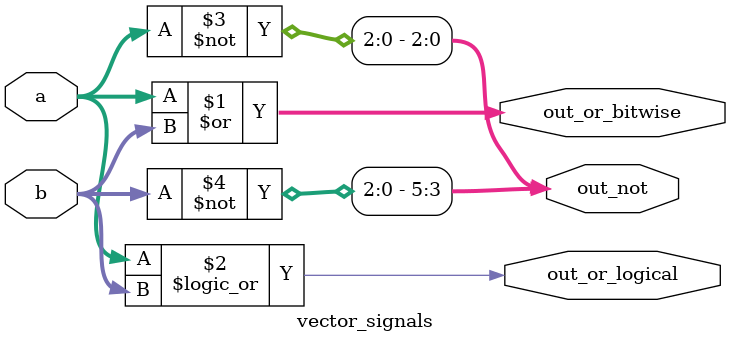
<source format=v>
`timescale 1 ns/10 ps  // time-unit = 1 ns, precision = 10 ps

module vector_signals ( 
    input [2:0] a,
    input [2:0] b,
    output [2:0] out_or_bitwise,
    output out_or_logical,
    output [5:0] out_not
);


    assign out_or_bitwise = a | b; // one bar | is bitwise
    assign out_or_logical = a || b;
    assign out_not[5:0] = {~b, ~a};

endmodule
</source>
